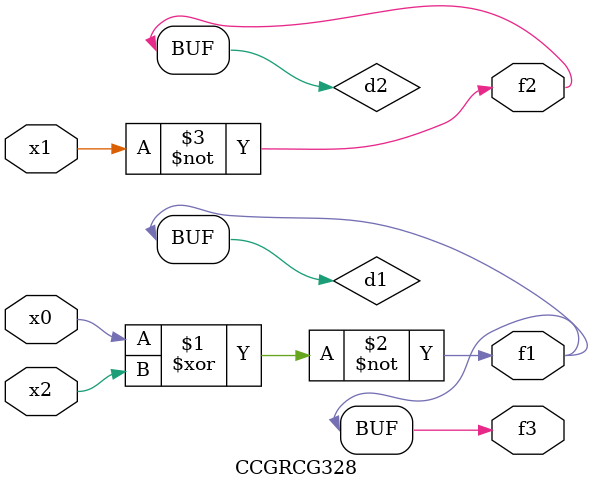
<source format=v>
module CCGRCG328(
	input x0, x1, x2,
	output f1, f2, f3
);

	wire d1, d2, d3;

	xnor (d1, x0, x2);
	nand (d2, x1);
	nor (d3, x1, x2);
	assign f1 = d1;
	assign f2 = d2;
	assign f3 = d1;
endmodule

</source>
